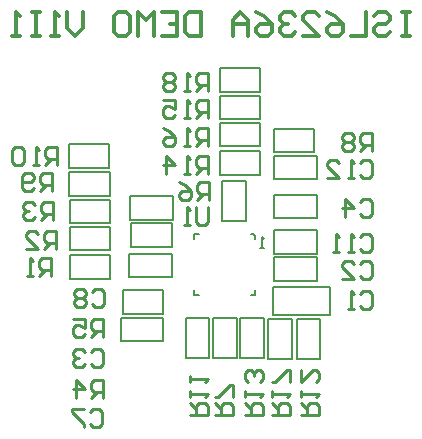
<source format=gbo>
G04*
G04 #@! TF.GenerationSoftware,Altium Limited,Altium Designer,23.3.1 (30)*
G04*
G04 Layer_Color=32896*
%FSLAX44Y44*%
%MOMM*%
G71*
G04*
G04 #@! TF.SameCoordinates,8D2347DA-786F-44A1-B396-5F802EE38B7C*
G04*
G04*
G04 #@! TF.FilePolarity,Positive*
G04*
G01*
G75*
%ADD10C,0.2000*%
%ADD11C,0.2540*%
%ADD38C,0.3500*%
D10*
X339000Y207000D02*
Y231000D01*
X291000Y207000D02*
X339000D01*
X291000D02*
Y231000D01*
X339000D01*
X276000Y272000D02*
Y274000D01*
Y224000D02*
Y228000D01*
X272000Y224000D02*
X276000D01*
X224000D02*
X228000D01*
X224000D02*
Y228000D01*
Y272000D02*
Y276000D01*
X228000D01*
X272000D02*
X274000D01*
X276000Y274000D01*
X248000Y287000D02*
Y321000D01*
X268000D01*
Y287000D02*
Y321000D01*
X248000Y287000D02*
X268000D01*
X217000Y204500D02*
X237000D01*
X217000Y170500D02*
Y204500D01*
Y170500D02*
X237000D01*
Y204500D01*
X240000Y171000D02*
Y205000D01*
X260000D01*
Y171000D02*
Y205000D01*
X240000Y171000D02*
X260000D01*
X263000Y205000D02*
X283000D01*
X263000Y171000D02*
Y205000D01*
Y171000D02*
X283000D01*
Y205000D01*
X287000Y170000D02*
Y204000D01*
X307000D01*
Y170000D02*
Y204000D01*
X287000Y170000D02*
X307000D01*
X311000D02*
Y204000D01*
X331000D01*
Y170000D02*
Y204000D01*
X311000Y170000D02*
X331000D01*
X325500Y345000D02*
Y365000D01*
X291500D02*
X325500D01*
X291500Y345000D02*
Y365000D01*
Y345000D02*
X325500D01*
X328000Y326000D02*
Y337000D01*
X292000Y326500D02*
Y337500D01*
Y322000D02*
X328000D01*
X292000D02*
Y326500D01*
X328000Y322000D02*
Y326000D01*
X292000Y342000D02*
X328000D01*
X292000Y337500D02*
Y342000D01*
X328000Y337000D02*
Y342000D01*
Y293000D02*
Y304000D01*
X292000Y293500D02*
Y304500D01*
Y289000D02*
X328000D01*
X292000D02*
Y293500D01*
X328000Y289000D02*
Y293000D01*
X292000Y309000D02*
X328000D01*
X292000Y304500D02*
Y309000D01*
X328000Y304000D02*
Y309000D01*
Y263000D02*
Y274000D01*
X292000Y263500D02*
Y274500D01*
Y259000D02*
X328000D01*
X292000D02*
Y263500D01*
X328000Y259000D02*
Y263000D01*
X292000Y279000D02*
X328000D01*
X292000Y274500D02*
Y279000D01*
X328000Y274000D02*
Y279000D01*
Y251000D02*
Y256000D01*
X292000Y251500D02*
Y256000D01*
X328000D01*
Y236000D02*
Y240000D01*
X292000Y236000D02*
Y240500D01*
Y236000D02*
X328000D01*
X292000Y240500D02*
Y251500D01*
X328000Y240000D02*
Y251000D01*
X246000Y326000D02*
Y346000D01*
Y326000D02*
X280000D01*
Y346000D01*
X246000D02*
X280000D01*
X246000Y350000D02*
Y370000D01*
Y350000D02*
X280000D01*
Y370000D01*
X246000D02*
X280000D01*
X246000Y373000D02*
Y393000D01*
Y373000D02*
X280000D01*
Y393000D01*
X246000D02*
X280000D01*
Y396000D02*
Y416000D01*
X246000D02*
X280000D01*
X246000Y396000D02*
Y416000D01*
Y396000D02*
X280000D01*
X205000Y254000D02*
Y259000D01*
X169000Y254500D02*
Y259000D01*
X205000D01*
Y239000D02*
Y243000D01*
X169000Y239000D02*
Y243500D01*
Y239000D02*
X205000D01*
X169000Y243500D02*
Y254500D01*
X205000Y243000D02*
Y254000D01*
X162000Y190000D02*
Y201000D01*
X198000Y189500D02*
Y200500D01*
X162000Y205000D02*
X198000D01*
Y200500D02*
Y205000D01*
X162000Y201000D02*
Y205000D01*
Y185000D02*
X198000D01*
Y189500D01*
X162000Y185000D02*
Y190000D01*
X163500Y228000D02*
X197500D01*
Y208000D02*
Y228000D01*
X163500Y208000D02*
X197500D01*
X163500D02*
Y228000D01*
X171000Y265000D02*
X205000D01*
X171000D02*
Y285000D01*
X205000D01*
Y265000D02*
Y285000D01*
X206000Y292000D02*
Y303000D01*
X170000Y292500D02*
Y303500D01*
Y288000D02*
X206000D01*
X170000D02*
Y292500D01*
X206000Y288000D02*
Y292000D01*
X170000Y308000D02*
X206000D01*
X170000Y303500D02*
Y308000D01*
X206000Y303000D02*
Y308000D01*
X153000Y285000D02*
Y305000D01*
X119000D02*
X153000D01*
X119000Y285000D02*
Y305000D01*
Y285000D02*
X153000D01*
X118500Y308000D02*
Y328000D01*
Y308000D02*
X152500D01*
Y328000D01*
X118500D02*
X152500D01*
X152000Y332000D02*
Y352000D01*
X118000D02*
X152000D01*
X118000Y332000D02*
Y352000D01*
Y332000D02*
X152000D01*
X153000Y238000D02*
Y258000D01*
X119000D02*
X153000D01*
X119000Y238000D02*
Y258000D01*
Y238000D02*
X153000D01*
X119000Y262000D02*
Y282000D01*
Y262000D02*
X153000D01*
Y282000D01*
X119000D02*
X153000D01*
X283000Y264000D02*
X280001D01*
X281500D01*
Y272997D01*
X283000Y271498D01*
D11*
X364279Y225342D02*
X366818Y227881D01*
X371897D01*
X374436Y225342D01*
Y215185D01*
X371897Y212646D01*
X366818D01*
X364279Y215185D01*
X359201Y212646D02*
X354123D01*
X356662D01*
Y227881D01*
X359201Y225342D01*
X236157Y298617D02*
Y285922D01*
X233617Y283382D01*
X228539D01*
X226000Y285922D01*
Y298617D01*
X220922Y283382D02*
X215843D01*
X218382D01*
Y298617D01*
X220922Y296078D01*
X236696Y304632D02*
Y319867D01*
X229078D01*
X226539Y317328D01*
Y312250D01*
X229078Y309711D01*
X236696D01*
X231618D02*
X226539Y304632D01*
X211304Y319867D02*
X216383Y317328D01*
X221461Y312250D01*
Y307172D01*
X218922Y304632D01*
X213843D01*
X211304Y307172D01*
Y309711D01*
X213843Y312250D01*
X221461D01*
X220382Y122956D02*
X235618D01*
Y130574D01*
X233078Y133113D01*
X228000D01*
X225461Y130574D01*
Y122956D01*
Y128034D02*
X220382Y133113D01*
Y138191D02*
Y143270D01*
Y140730D01*
X235618D01*
X233078Y138191D01*
X220382Y150887D02*
Y155965D01*
Y153426D01*
X235618D01*
X233078Y150887D01*
X241383Y122956D02*
X256618D01*
Y130574D01*
X254078Y133113D01*
X249000D01*
X246461Y130574D01*
Y122956D01*
Y128034D02*
X241383Y133113D01*
X256618Y138191D02*
Y148348D01*
X254078D01*
X243922Y138191D01*
X241383D01*
X267383Y122956D02*
X282617D01*
Y130574D01*
X280078Y133113D01*
X275000D01*
X272461Y130574D01*
Y122956D01*
Y128034D02*
X267383Y133113D01*
Y138191D02*
Y143270D01*
Y140730D01*
X282617D01*
X280078Y138191D01*
Y150887D02*
X282617Y153426D01*
Y158505D01*
X280078Y161044D01*
X277539D01*
X275000Y158505D01*
Y155965D01*
Y158505D01*
X272461Y161044D01*
X269922D01*
X267383Y158505D01*
Y153426D01*
X269922Y150887D01*
X290382Y122956D02*
X305618D01*
Y130574D01*
X303078Y133113D01*
X298000D01*
X295461Y130574D01*
Y122956D01*
Y128034D02*
X290382Y133113D01*
Y138191D02*
Y143270D01*
Y140730D01*
X305618D01*
X303078Y138191D01*
X305618Y150887D02*
Y161044D01*
X303078D01*
X292922Y150887D01*
X290382D01*
X314382Y122956D02*
X329618D01*
Y130574D01*
X327078Y133113D01*
X322000D01*
X319461Y130574D01*
Y122956D01*
Y128034D02*
X314382Y133113D01*
Y138191D02*
Y143270D01*
Y140730D01*
X329618D01*
X327078Y138191D01*
X314382Y161044D02*
Y150887D01*
X324539Y161044D01*
X327078D01*
X329618Y158505D01*
Y153426D01*
X327078Y150887D01*
X374436Y346504D02*
Y361739D01*
X366818D01*
X364279Y359200D01*
Y354122D01*
X366818Y351582D01*
X374436D01*
X369358D02*
X364279Y346504D01*
X359201Y359200D02*
X356662Y361739D01*
X351583D01*
X349044Y359200D01*
Y356661D01*
X351583Y354122D01*
X349044Y351582D01*
Y349043D01*
X351583Y346504D01*
X356662D01*
X359201Y349043D01*
Y351582D01*
X356662Y354122D01*
X359201Y356661D01*
Y359200D01*
X356662Y354122D02*
X351583D01*
X364279Y336340D02*
X366818Y338879D01*
X371897D01*
X374436Y336340D01*
Y326183D01*
X371897Y323644D01*
X366818D01*
X364279Y326183D01*
X359201Y323644D02*
X354123D01*
X356662D01*
Y338879D01*
X359201Y336340D01*
X336348Y323644D02*
X346505D01*
X336348Y333801D01*
Y336340D01*
X338887Y338879D01*
X343966D01*
X346505Y336340D01*
X364279Y303320D02*
X366818Y305859D01*
X371897D01*
X374436Y303320D01*
Y293163D01*
X371897Y290624D01*
X366818D01*
X364279Y293163D01*
X351583Y290624D02*
Y305859D01*
X359201Y298242D01*
X349044D01*
X364279Y273348D02*
X366818Y275887D01*
X371897D01*
X374436Y273348D01*
Y263191D01*
X371897Y260652D01*
X366818D01*
X364279Y263191D01*
X359201Y260652D02*
X354123D01*
X356662D01*
Y275887D01*
X359201Y273348D01*
X346505Y260652D02*
X341427D01*
X343966D01*
Y275887D01*
X346505Y273348D01*
X364279Y250234D02*
X366818Y252773D01*
X371897D01*
X374436Y250234D01*
Y240077D01*
X371897Y237538D01*
X366818D01*
X364279Y240077D01*
X349044Y237538D02*
X359201D01*
X349044Y247695D01*
Y250234D01*
X351583Y252773D01*
X356662D01*
X359201Y250234D01*
X235508Y326708D02*
Y341943D01*
X227890D01*
X225351Y339404D01*
Y334325D01*
X227890Y331786D01*
X235508D01*
X230430D02*
X225351Y326708D01*
X220273D02*
X215195D01*
X217734D01*
Y341943D01*
X220273Y339404D01*
X199960Y326708D02*
Y341943D01*
X207577Y334325D01*
X197420D01*
X235508Y350584D02*
Y365819D01*
X227890D01*
X225351Y363280D01*
Y358201D01*
X227890Y355662D01*
X235508D01*
X230430D02*
X225351Y350584D01*
X220273D02*
X215195D01*
X217734D01*
Y365819D01*
X220273Y363280D01*
X197420Y365819D02*
X202499Y363280D01*
X207577Y358201D01*
Y353123D01*
X205038Y350584D01*
X199960D01*
X197420Y353123D01*
Y355662D01*
X199960Y358201D01*
X207577D01*
X235508Y373698D02*
Y388933D01*
X227890D01*
X225351Y386394D01*
Y381315D01*
X227890Y378776D01*
X235508D01*
X230430D02*
X225351Y373698D01*
X220273D02*
X215195D01*
X217734D01*
Y388933D01*
X220273Y386394D01*
X197420Y388933D02*
X207577D01*
Y381315D01*
X202499Y383855D01*
X199960D01*
X197420Y381315D01*
Y376237D01*
X199960Y373698D01*
X205038D01*
X207577Y376237D01*
X235508Y396558D02*
Y411793D01*
X227890D01*
X225351Y409254D01*
Y404175D01*
X227890Y401636D01*
X235508D01*
X230430D02*
X225351Y396558D01*
X220273D02*
X215195D01*
X217734D01*
Y411793D01*
X220273Y409254D01*
X207577D02*
X205038Y411793D01*
X199960D01*
X197420Y409254D01*
Y406715D01*
X199960Y404175D01*
X197420Y401636D01*
Y399097D01*
X199960Y396558D01*
X205038D01*
X207577Y399097D01*
Y401636D01*
X205038Y404175D01*
X207577Y406715D01*
Y409254D01*
X205038Y404175D02*
X199960D01*
X136539Y175869D02*
X139078Y178408D01*
X144157D01*
X146696Y175869D01*
Y165712D01*
X144157Y163173D01*
X139078D01*
X136539Y165712D01*
X131461Y175869D02*
X128922Y178408D01*
X123843D01*
X121304Y175869D01*
Y173330D01*
X123843Y170791D01*
X126383D01*
X123843D01*
X121304Y168251D01*
Y165712D01*
X123843Y163173D01*
X128922D01*
X131461Y165712D01*
X135539Y125078D02*
X138078Y127618D01*
X143157D01*
X145696Y125078D01*
Y114922D01*
X143157Y112382D01*
X138078D01*
X135539Y114922D01*
X130461Y127618D02*
X120304D01*
Y125078D01*
X130461Y114922D01*
Y112382D01*
X146696Y137382D02*
Y152618D01*
X139078D01*
X136539Y150078D01*
Y145000D01*
X139078Y142461D01*
X146696D01*
X141617D02*
X136539Y137382D01*
X123843D02*
Y152618D01*
X131461Y145000D01*
X121304D01*
X146696Y188382D02*
Y203617D01*
X139078D01*
X136539Y201078D01*
Y196000D01*
X139078Y193461D01*
X146696D01*
X141617D02*
X136539Y188382D01*
X121304Y203617D02*
X131461D01*
Y196000D01*
X126383Y198539D01*
X123843D01*
X121304Y196000D01*
Y190922D01*
X123843Y188382D01*
X128922D01*
X131461Y190922D01*
X137539Y227078D02*
X140078Y229618D01*
X145157D01*
X147696Y227078D01*
Y216922D01*
X145157Y214382D01*
X140078D01*
X137539Y216922D01*
X132461Y227078D02*
X129922Y229618D01*
X124843D01*
X122304Y227078D01*
Y224539D01*
X124843Y222000D01*
X122304Y219461D01*
Y216922D01*
X124843Y214382D01*
X129922D01*
X132461Y216922D01*
Y219461D01*
X129922Y222000D01*
X132461Y224539D01*
Y227078D01*
X129922Y222000D02*
X124843D01*
X104696Y287383D02*
Y302617D01*
X97078D01*
X94539Y300078D01*
Y295000D01*
X97078Y292461D01*
X104696D01*
X99618D02*
X94539Y287383D01*
X89461Y300078D02*
X86922Y302617D01*
X81843D01*
X79304Y300078D01*
Y297539D01*
X81843Y295000D01*
X84382D01*
X81843D01*
X79304Y292461D01*
Y289922D01*
X81843Y287383D01*
X86922D01*
X89461Y289922D01*
X103696Y312383D02*
Y327617D01*
X96078D01*
X93539Y325078D01*
Y320000D01*
X96078Y317461D01*
X103696D01*
X98617D02*
X93539Y312383D01*
X88461Y314922D02*
X85922Y312383D01*
X80843D01*
X78304Y314922D01*
Y325078D01*
X80843Y327617D01*
X85922D01*
X88461Y325078D01*
Y322539D01*
X85922Y320000D01*
X78304D01*
X108044Y334383D02*
Y349618D01*
X100426D01*
X97887Y347078D01*
Y342000D01*
X100426Y339461D01*
X108044D01*
X102965D02*
X97887Y334383D01*
X92809D02*
X87730D01*
X90270D01*
Y349618D01*
X92809Y347078D01*
X80113D02*
X77574Y349618D01*
X72495D01*
X69956Y347078D01*
Y336922D01*
X72495Y334383D01*
X77574D01*
X80113Y336922D01*
Y347078D01*
X103157Y240382D02*
Y255618D01*
X95539D01*
X93000Y253078D01*
Y248000D01*
X95539Y245461D01*
X103157D01*
X98078D02*
X93000Y240382D01*
X87922D02*
X82843D01*
X85382D01*
Y255618D01*
X87922Y253078D01*
X106696Y263382D02*
Y278617D01*
X99078D01*
X96539Y276078D01*
Y271000D01*
X99078Y268461D01*
X106696D01*
X101617D02*
X96539Y263382D01*
X81304D02*
X91461D01*
X81304Y273539D01*
Y276078D01*
X83843Y278617D01*
X88922D01*
X91461Y276078D01*
D38*
X406500Y463493D02*
X399836D01*
X403168D01*
Y443500D01*
X406500D01*
X399836D01*
X376510Y460161D02*
X379842Y463493D01*
X386507D01*
X389839Y460161D01*
Y456829D01*
X386507Y453497D01*
X379842D01*
X376510Y450164D01*
Y446832D01*
X379842Y443500D01*
X386507D01*
X389839Y446832D01*
X369845Y463493D02*
Y443500D01*
X356516D01*
X336523Y463493D02*
X343187Y460161D01*
X349852Y453497D01*
Y446832D01*
X346519Y443500D01*
X339855D01*
X336523Y446832D01*
Y450164D01*
X339855Y453497D01*
X349852D01*
X316529Y443500D02*
X329858D01*
X316529Y456829D01*
Y460161D01*
X319861Y463493D01*
X326526D01*
X329858Y460161D01*
X309865D02*
X306532Y463493D01*
X299868D01*
X296535Y460161D01*
Y456829D01*
X299868Y453497D01*
X303200D01*
X299868D01*
X296535Y450164D01*
Y446832D01*
X299868Y443500D01*
X306532D01*
X309865Y446832D01*
X276542Y463493D02*
X283206Y460161D01*
X289871Y453497D01*
Y446832D01*
X286539Y443500D01*
X279874D01*
X276542Y446832D01*
Y450164D01*
X279874Y453497D01*
X289871D01*
X269877Y443500D02*
Y456829D01*
X263213Y463493D01*
X256548Y456829D01*
Y443500D01*
Y453497D01*
X269877D01*
X229890Y463493D02*
Y443500D01*
X219893D01*
X216561Y446832D01*
Y460161D01*
X219893Y463493D01*
X229890D01*
X196568D02*
X209897D01*
Y443500D01*
X196568D01*
X209897Y453497D02*
X203232D01*
X189903Y443500D02*
Y463493D01*
X183239Y456829D01*
X176574Y463493D01*
Y443500D01*
X159913Y463493D02*
X166577D01*
X169910Y460161D01*
Y446832D01*
X166577Y443500D01*
X159913D01*
X156581Y446832D01*
Y460161D01*
X159913Y463493D01*
X129923D02*
Y450164D01*
X123258Y443500D01*
X116593Y450164D01*
Y463493D01*
X109929Y443500D02*
X103264D01*
X106597D01*
Y463493D01*
X109929Y460161D01*
X93268Y463493D02*
X86603D01*
X89935D01*
Y443500D01*
X93268D01*
X86603D01*
X76606D02*
X69942D01*
X73274D01*
Y463493D01*
X76606Y460161D01*
M02*

</source>
